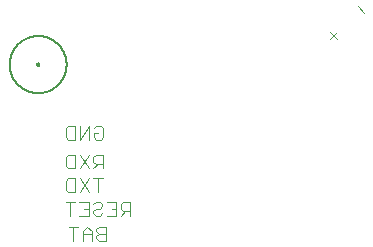
<source format=gbr>
G04 EAGLE Gerber RS-274X export*
G75*
%MOMM*%
%FSLAX34Y34*%
%LPD*%
%INSilkscreen Bottom*%
%IPPOS*%
%AMOC8*
5,1,8,0,0,1.08239X$1,22.5*%
G01*
%ADD10C,0.127000*%
%ADD11C,0.101600*%


D10*
X331602Y507722D02*
X331604Y507785D01*
X331610Y507847D01*
X331620Y507909D01*
X331633Y507971D01*
X331651Y508031D01*
X331672Y508090D01*
X331697Y508148D01*
X331726Y508204D01*
X331758Y508258D01*
X331793Y508310D01*
X331831Y508359D01*
X331873Y508407D01*
X331917Y508451D01*
X331965Y508493D01*
X332014Y508531D01*
X332066Y508566D01*
X332120Y508598D01*
X332176Y508627D01*
X332234Y508652D01*
X332293Y508673D01*
X332353Y508691D01*
X332415Y508704D01*
X332477Y508714D01*
X332539Y508720D01*
X332602Y508722D01*
X332665Y508720D01*
X332727Y508714D01*
X332789Y508704D01*
X332851Y508691D01*
X332911Y508673D01*
X332970Y508652D01*
X333028Y508627D01*
X333084Y508598D01*
X333138Y508566D01*
X333190Y508531D01*
X333239Y508493D01*
X333287Y508451D01*
X333331Y508407D01*
X333373Y508359D01*
X333411Y508310D01*
X333446Y508258D01*
X333478Y508204D01*
X333507Y508148D01*
X333532Y508090D01*
X333553Y508031D01*
X333571Y507971D01*
X333584Y507909D01*
X333594Y507847D01*
X333600Y507785D01*
X333602Y507722D01*
X333600Y507659D01*
X333594Y507597D01*
X333584Y507535D01*
X333571Y507473D01*
X333553Y507413D01*
X333532Y507354D01*
X333507Y507296D01*
X333478Y507240D01*
X333446Y507186D01*
X333411Y507134D01*
X333373Y507085D01*
X333331Y507037D01*
X333287Y506993D01*
X333239Y506951D01*
X333190Y506913D01*
X333138Y506878D01*
X333084Y506846D01*
X333028Y506817D01*
X332970Y506792D01*
X332911Y506771D01*
X332851Y506753D01*
X332789Y506740D01*
X332727Y506730D01*
X332665Y506724D01*
X332602Y506722D01*
X332539Y506724D01*
X332477Y506730D01*
X332415Y506740D01*
X332353Y506753D01*
X332293Y506771D01*
X332234Y506792D01*
X332176Y506817D01*
X332120Y506846D01*
X332066Y506878D01*
X332014Y506913D01*
X331965Y506951D01*
X331917Y506993D01*
X331873Y507037D01*
X331831Y507085D01*
X331793Y507134D01*
X331758Y507186D01*
X331726Y507240D01*
X331697Y507296D01*
X331672Y507354D01*
X331651Y507413D01*
X331633Y507473D01*
X331620Y507535D01*
X331610Y507597D01*
X331604Y507659D01*
X331602Y507722D01*
X308519Y507722D02*
X308526Y508313D01*
X308548Y508904D01*
X308584Y509494D01*
X308635Y510083D01*
X308700Y510670D01*
X308780Y511256D01*
X308874Y511839D01*
X308982Y512420D01*
X309104Y512999D01*
X309241Y513574D01*
X309391Y514145D01*
X309556Y514713D01*
X309735Y515276D01*
X309927Y515835D01*
X310133Y516389D01*
X310352Y516938D01*
X310585Y517481D01*
X310831Y518019D01*
X311090Y518550D01*
X311363Y519075D01*
X311648Y519592D01*
X311945Y520103D01*
X312255Y520606D01*
X312578Y521102D01*
X312912Y521589D01*
X313258Y522068D01*
X313616Y522539D01*
X313986Y523000D01*
X314366Y523452D01*
X314758Y523895D01*
X315160Y524328D01*
X315573Y524751D01*
X315996Y525164D01*
X316429Y525566D01*
X316872Y525958D01*
X317324Y526338D01*
X317785Y526708D01*
X318256Y527066D01*
X318735Y527412D01*
X319222Y527746D01*
X319718Y528069D01*
X320221Y528379D01*
X320732Y528676D01*
X321249Y528961D01*
X321774Y529234D01*
X322305Y529493D01*
X322843Y529739D01*
X323386Y529972D01*
X323935Y530191D01*
X324489Y530397D01*
X325048Y530589D01*
X325611Y530768D01*
X326179Y530933D01*
X326750Y531083D01*
X327325Y531220D01*
X327904Y531342D01*
X328485Y531450D01*
X329068Y531544D01*
X329654Y531624D01*
X330241Y531689D01*
X330830Y531740D01*
X331420Y531776D01*
X332011Y531798D01*
X332602Y531805D01*
X333193Y531798D01*
X333784Y531776D01*
X334374Y531740D01*
X334963Y531689D01*
X335550Y531624D01*
X336136Y531544D01*
X336719Y531450D01*
X337300Y531342D01*
X337879Y531220D01*
X338454Y531083D01*
X339025Y530933D01*
X339593Y530768D01*
X340156Y530589D01*
X340715Y530397D01*
X341269Y530191D01*
X341818Y529972D01*
X342361Y529739D01*
X342899Y529493D01*
X343430Y529234D01*
X343955Y528961D01*
X344472Y528676D01*
X344983Y528379D01*
X345486Y528069D01*
X345982Y527746D01*
X346469Y527412D01*
X346948Y527066D01*
X347419Y526708D01*
X347880Y526338D01*
X348332Y525958D01*
X348775Y525566D01*
X349208Y525164D01*
X349631Y524751D01*
X350044Y524328D01*
X350446Y523895D01*
X350838Y523452D01*
X351218Y523000D01*
X351588Y522539D01*
X351946Y522068D01*
X352292Y521589D01*
X352626Y521102D01*
X352949Y520606D01*
X353259Y520103D01*
X353556Y519592D01*
X353841Y519075D01*
X354114Y518550D01*
X354373Y518019D01*
X354619Y517481D01*
X354852Y516938D01*
X355071Y516389D01*
X355277Y515835D01*
X355469Y515276D01*
X355648Y514713D01*
X355813Y514145D01*
X355963Y513574D01*
X356100Y512999D01*
X356222Y512420D01*
X356330Y511839D01*
X356424Y511256D01*
X356504Y510670D01*
X356569Y510083D01*
X356620Y509494D01*
X356656Y508904D01*
X356678Y508313D01*
X356685Y507722D01*
X356678Y507131D01*
X356656Y506540D01*
X356620Y505950D01*
X356569Y505361D01*
X356504Y504774D01*
X356424Y504188D01*
X356330Y503605D01*
X356222Y503024D01*
X356100Y502445D01*
X355963Y501870D01*
X355813Y501299D01*
X355648Y500731D01*
X355469Y500168D01*
X355277Y499609D01*
X355071Y499055D01*
X354852Y498506D01*
X354619Y497963D01*
X354373Y497425D01*
X354114Y496894D01*
X353841Y496369D01*
X353556Y495852D01*
X353259Y495341D01*
X352949Y494838D01*
X352626Y494342D01*
X352292Y493855D01*
X351946Y493376D01*
X351588Y492905D01*
X351218Y492444D01*
X350838Y491992D01*
X350446Y491549D01*
X350044Y491116D01*
X349631Y490693D01*
X349208Y490280D01*
X348775Y489878D01*
X348332Y489486D01*
X347880Y489106D01*
X347419Y488736D01*
X346948Y488378D01*
X346469Y488032D01*
X345982Y487698D01*
X345486Y487375D01*
X344983Y487065D01*
X344472Y486768D01*
X343955Y486483D01*
X343430Y486210D01*
X342899Y485951D01*
X342361Y485705D01*
X341818Y485472D01*
X341269Y485253D01*
X340715Y485047D01*
X340156Y484855D01*
X339593Y484676D01*
X339025Y484511D01*
X338454Y484361D01*
X337879Y484224D01*
X337300Y484102D01*
X336719Y483994D01*
X336136Y483900D01*
X335550Y483820D01*
X334963Y483755D01*
X334374Y483704D01*
X333784Y483668D01*
X333193Y483646D01*
X332602Y483639D01*
X332011Y483646D01*
X331420Y483668D01*
X330830Y483704D01*
X330241Y483755D01*
X329654Y483820D01*
X329068Y483900D01*
X328485Y483994D01*
X327904Y484102D01*
X327325Y484224D01*
X326750Y484361D01*
X326179Y484511D01*
X325611Y484676D01*
X325048Y484855D01*
X324489Y485047D01*
X323935Y485253D01*
X323386Y485472D01*
X322843Y485705D01*
X322305Y485951D01*
X321774Y486210D01*
X321249Y486483D01*
X320732Y486768D01*
X320221Y487065D01*
X319718Y487375D01*
X319222Y487698D01*
X318735Y488032D01*
X318256Y488378D01*
X317785Y488736D01*
X317324Y489106D01*
X316872Y489486D01*
X316429Y489878D01*
X315996Y490280D01*
X315573Y490693D01*
X315160Y491116D01*
X314758Y491549D01*
X314366Y491992D01*
X313986Y492444D01*
X313616Y492905D01*
X313258Y493376D01*
X312912Y493855D01*
X312578Y494342D01*
X312255Y494838D01*
X311945Y495341D01*
X311648Y495852D01*
X311363Y496369D01*
X311090Y496894D01*
X310831Y497425D01*
X310585Y497963D01*
X310352Y498506D01*
X310133Y499055D01*
X309927Y499609D01*
X309735Y500168D01*
X309556Y500731D01*
X309391Y501299D01*
X309241Y501870D01*
X309104Y502445D01*
X308982Y503024D01*
X308874Y503605D01*
X308780Y504188D01*
X308700Y504774D01*
X308635Y505361D01*
X308584Y505950D01*
X308548Y506540D01*
X308526Y507131D01*
X308519Y507722D01*
D11*
X379625Y453852D02*
X381574Y455801D01*
X385472Y455801D01*
X387421Y453852D01*
X387421Y446056D01*
X385472Y444107D01*
X381574Y444107D01*
X379625Y446056D01*
X379625Y449954D01*
X383523Y449954D01*
X375727Y444107D02*
X375727Y455801D01*
X367931Y444107D01*
X367931Y455801D01*
X364033Y455801D02*
X364033Y444107D01*
X358186Y444107D01*
X356237Y446056D01*
X356237Y453852D01*
X358186Y455801D01*
X364033Y455801D01*
X603040Y557176D02*
X608553Y551663D01*
X585495Y529339D02*
X579982Y534852D01*
X585495Y534852D02*
X579982Y529339D01*
X410462Y391402D02*
X410462Y379708D01*
X410462Y391402D02*
X404615Y391402D01*
X402666Y389453D01*
X402666Y385555D01*
X404615Y383606D01*
X410462Y383606D01*
X406564Y383606D02*
X402666Y379708D01*
X398768Y391402D02*
X390972Y391402D01*
X398768Y391402D02*
X398768Y379708D01*
X390972Y379708D01*
X394870Y385555D02*
X398768Y385555D01*
X381227Y391402D02*
X379278Y389453D01*
X381227Y391402D02*
X385125Y391402D01*
X387074Y389453D01*
X387074Y387504D01*
X385125Y385555D01*
X381227Y385555D01*
X379278Y383606D01*
X379278Y381657D01*
X381227Y379708D01*
X385125Y379708D01*
X387074Y381657D01*
X375380Y391402D02*
X367584Y391402D01*
X375380Y391402D02*
X375380Y379708D01*
X367584Y379708D01*
X371482Y385555D02*
X375380Y385555D01*
X359788Y379708D02*
X359788Y391402D01*
X363686Y391402D02*
X355890Y391402D01*
X387174Y419708D02*
X387174Y431402D01*
X381327Y431402D01*
X379378Y429453D01*
X379378Y425555D01*
X381327Y423606D01*
X387174Y423606D01*
X383276Y423606D02*
X379378Y419708D01*
X367684Y419708D02*
X375480Y431402D01*
X367684Y431402D02*
X375480Y419708D01*
X363786Y419708D02*
X363786Y431402D01*
X363786Y419708D02*
X357939Y419708D01*
X355990Y421657D01*
X355990Y429453D01*
X357939Y431402D01*
X363786Y431402D01*
X383376Y411402D02*
X383376Y399708D01*
X387274Y411402D02*
X379478Y411402D01*
X375580Y411402D02*
X367784Y399708D01*
X375580Y399708D02*
X367784Y411402D01*
X363886Y411402D02*
X363886Y399708D01*
X358039Y399708D01*
X356090Y401657D01*
X356090Y409453D01*
X358039Y411402D01*
X363886Y411402D01*
X389692Y370402D02*
X389692Y358708D01*
X389692Y370402D02*
X383845Y370402D01*
X381896Y368453D01*
X381896Y366504D01*
X383845Y364555D01*
X381896Y362606D01*
X381896Y360657D01*
X383845Y358708D01*
X389692Y358708D01*
X389692Y364555D02*
X383845Y364555D01*
X377998Y366504D02*
X377998Y358708D01*
X377998Y366504D02*
X374100Y370402D01*
X370202Y366504D01*
X370202Y358708D01*
X370202Y364555D02*
X377998Y364555D01*
X362406Y358708D02*
X362406Y370402D01*
X366304Y370402D02*
X358508Y370402D01*
M02*

</source>
